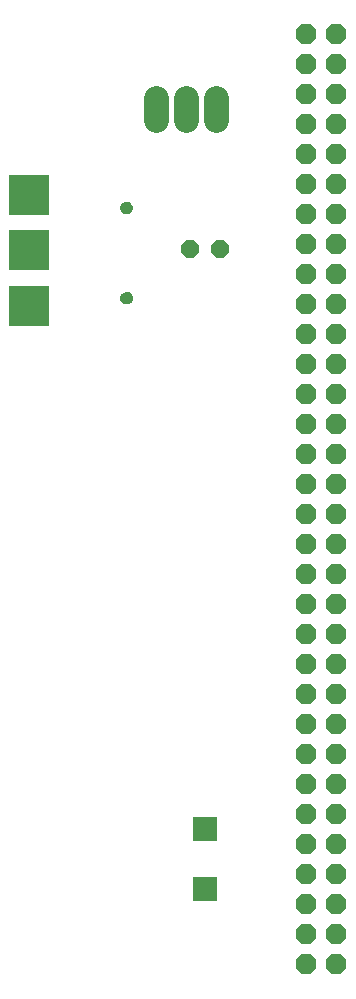
<source format=gts>
G75*
%MOIN*%
%OFA0B0*%
%FSLAX24Y24*%
%IPPOS*%
%LPD*%
%AMOC8*
5,1,8,0,0,1.08239X$1,22.5*
%
%ADD10OC8,0.0680*%
%ADD11C,0.0820*%
%ADD12OC8,0.0600*%
%ADD13C,0.0050*%
%ADD14R,0.1346X0.1346*%
%ADD15R,0.0789X0.0789*%
D10*
X011685Y003430D03*
X011685Y004430D03*
X011685Y005430D03*
X011685Y006430D03*
X011685Y007430D03*
X011685Y008430D03*
X011685Y009430D03*
X011685Y010430D03*
X011685Y011430D03*
X011685Y012430D03*
X011685Y013430D03*
X011685Y014430D03*
X011685Y015430D03*
X011685Y016430D03*
X011685Y017430D03*
X011685Y018430D03*
X011685Y019430D03*
X011685Y020430D03*
X011685Y021430D03*
X011685Y022430D03*
X011685Y023430D03*
X011685Y024430D03*
X011685Y025430D03*
X011685Y026430D03*
X011685Y027430D03*
X011685Y028430D03*
X011685Y029430D03*
X011685Y030430D03*
X011685Y031430D03*
X011685Y032430D03*
X011685Y033430D03*
X011685Y034430D03*
X012685Y034430D03*
X012685Y033430D03*
X012685Y032430D03*
X012685Y031430D03*
X012685Y030430D03*
X012685Y029430D03*
X012685Y028430D03*
X012685Y027430D03*
X012685Y026430D03*
X012685Y025430D03*
X012685Y024430D03*
X012685Y023430D03*
X012685Y022430D03*
X012685Y021430D03*
X012685Y020430D03*
X012685Y019430D03*
X012685Y018430D03*
X012685Y017430D03*
X012685Y016430D03*
X012685Y015430D03*
X012685Y014430D03*
X012685Y013430D03*
X012685Y012430D03*
X012685Y011430D03*
X012685Y010430D03*
X012685Y009430D03*
X012685Y008430D03*
X012685Y007430D03*
X012685Y006430D03*
X012685Y005430D03*
X012685Y004430D03*
X012685Y003430D03*
D11*
X008685Y031560D02*
X008685Y032300D01*
X007685Y032300D02*
X007685Y031560D01*
X006685Y031560D02*
X006685Y032300D01*
D12*
X007815Y027270D03*
X008815Y027270D03*
D13*
X005842Y028554D02*
X005821Y028520D01*
X005792Y028493D01*
X005758Y028472D01*
X005721Y028460D01*
X005681Y028456D01*
X005643Y028461D01*
X005607Y028474D01*
X005574Y028495D01*
X005547Y028522D01*
X005527Y028555D01*
X005514Y028592D01*
X005510Y028630D01*
X005514Y028668D01*
X005525Y028705D01*
X005545Y028737D01*
X005571Y028765D01*
X005603Y028786D01*
X005639Y028800D01*
X005677Y028805D01*
X005717Y028801D01*
X005756Y028789D01*
X005790Y028769D01*
X005819Y028741D01*
X005841Y028707D01*
X005856Y028670D01*
X005861Y028630D01*
X005856Y028591D01*
X005514Y028591D01*
X005511Y028640D02*
X005860Y028640D01*
X005849Y028688D02*
X005520Y028688D01*
X005544Y028737D02*
X005822Y028737D01*
X005762Y028785D02*
X005601Y028785D01*
X005534Y028543D02*
X005835Y028543D01*
X005842Y028554D02*
X005856Y028591D01*
X005794Y028494D02*
X005575Y028494D01*
X005680Y025802D02*
X005642Y025797D01*
X005606Y025783D01*
X005574Y025762D01*
X005548Y025735D01*
X005528Y025702D01*
X005517Y025665D01*
X005513Y025627D01*
X005517Y025589D01*
X005530Y025552D01*
X005550Y025519D01*
X005577Y025492D01*
X005610Y025471D01*
X005646Y025458D01*
X005684Y025453D01*
X005724Y025457D01*
X005761Y025469D01*
X005795Y025490D01*
X005824Y025517D01*
X005845Y025551D01*
X005859Y025588D01*
X005864Y025627D01*
X005859Y025667D01*
X005844Y025704D01*
X005822Y025738D01*
X005793Y025766D01*
X005759Y025786D01*
X005720Y025799D01*
X005680Y025802D01*
X005598Y025778D02*
X005772Y025778D01*
X005828Y025730D02*
X005545Y025730D01*
X005522Y025681D02*
X005853Y025681D01*
X005863Y025633D02*
X005514Y025633D01*
X005519Y025584D02*
X005858Y025584D01*
X005836Y025536D02*
X005540Y025536D01*
X005584Y025487D02*
X005791Y025487D01*
D14*
X002425Y025380D03*
X002425Y027230D03*
X002425Y029080D03*
D15*
X008305Y005950D03*
X008305Y007950D03*
M02*

</source>
